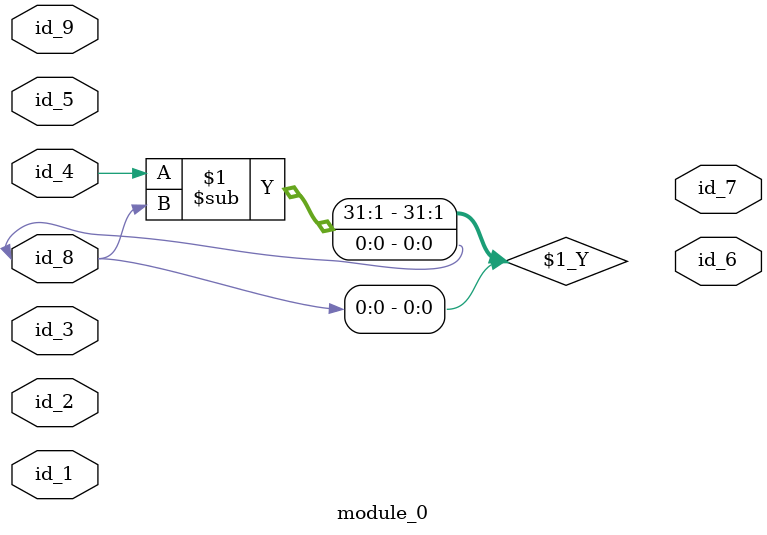
<source format=v>
module module_0 (
    id_1,
    id_2,
    id_3,
    id_4,
    id_5,
    id_6,
    id_7,
    id_8,
    id_9
);
  inout id_9;
  inout id_8;
  output id_7;
  output id_6;
  input id_5;
  input id_4;
  input id_3;
  inout id_2;
  input id_1;
  assign id_8 = 1 ? id_4 - id_8 : 1;
endmodule

</source>
